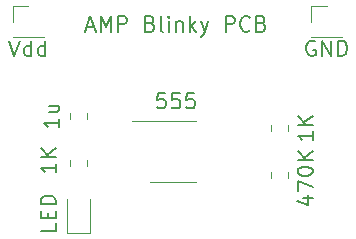
<source format=gbr>
G04 #@! TF.GenerationSoftware,KiCad,Pcbnew,(5.1.4)-1*
G04 #@! TF.CreationDate,2019-11-19T22:58:14-05:00*
G04 #@! TF.ProjectId,Blinky,426c696e-6b79-42e6-9b69-6361645f7063,rev?*
G04 #@! TF.SameCoordinates,Original*
G04 #@! TF.FileFunction,Legend,Top*
G04 #@! TF.FilePolarity,Positive*
%FSLAX46Y46*%
G04 Gerber Fmt 4.6, Leading zero omitted, Abs format (unit mm)*
G04 Created by KiCad (PCBNEW (5.1.4)-1) date 2019-11-19 22:58:14*
%MOMM*%
%LPD*%
G04 APERTURE LIST*
%ADD10C,0.150000*%
%ADD11C,0.120000*%
G04 APERTURE END LIST*
D10*
X113697619Y29533333D02*
X114316666Y29533333D01*
X113573809Y29161904D02*
X114007142Y30461904D01*
X114440476Y29161904D01*
X114873809Y29161904D02*
X114873809Y30461904D01*
X115307142Y29533333D01*
X115740476Y30461904D01*
X115740476Y29161904D01*
X116359523Y29161904D02*
X116359523Y30461904D01*
X116854761Y30461904D01*
X116978571Y30400000D01*
X117040476Y30338095D01*
X117102380Y30214285D01*
X117102380Y30028571D01*
X117040476Y29904761D01*
X116978571Y29842857D01*
X116854761Y29780952D01*
X116359523Y29780952D01*
X119083333Y29842857D02*
X119269047Y29780952D01*
X119330952Y29719047D01*
X119392857Y29595238D01*
X119392857Y29409523D01*
X119330952Y29285714D01*
X119269047Y29223809D01*
X119145238Y29161904D01*
X118650000Y29161904D01*
X118650000Y30461904D01*
X119083333Y30461904D01*
X119207142Y30400000D01*
X119269047Y30338095D01*
X119330952Y30214285D01*
X119330952Y30090476D01*
X119269047Y29966666D01*
X119207142Y29904761D01*
X119083333Y29842857D01*
X118650000Y29842857D01*
X120135714Y29161904D02*
X120011904Y29223809D01*
X119950000Y29347619D01*
X119950000Y30461904D01*
X120630952Y29161904D02*
X120630952Y30028571D01*
X120630952Y30461904D02*
X120569047Y30400000D01*
X120630952Y30338095D01*
X120692857Y30400000D01*
X120630952Y30461904D01*
X120630952Y30338095D01*
X121250000Y30028571D02*
X121250000Y29161904D01*
X121250000Y29904761D02*
X121311904Y29966666D01*
X121435714Y30028571D01*
X121621428Y30028571D01*
X121745238Y29966666D01*
X121807142Y29842857D01*
X121807142Y29161904D01*
X122426190Y29161904D02*
X122426190Y30461904D01*
X122550000Y29657142D02*
X122921428Y29161904D01*
X122921428Y30028571D02*
X122426190Y29533333D01*
X123354761Y30028571D02*
X123664285Y29161904D01*
X123973809Y30028571D02*
X123664285Y29161904D01*
X123540476Y28852380D01*
X123478571Y28790476D01*
X123354761Y28728571D01*
X125459523Y29161904D02*
X125459523Y30461904D01*
X125954761Y30461904D01*
X126078571Y30400000D01*
X126140476Y30338095D01*
X126202380Y30214285D01*
X126202380Y30028571D01*
X126140476Y29904761D01*
X126078571Y29842857D01*
X125954761Y29780952D01*
X125459523Y29780952D01*
X127502380Y29285714D02*
X127440476Y29223809D01*
X127254761Y29161904D01*
X127130952Y29161904D01*
X126945238Y29223809D01*
X126821428Y29347619D01*
X126759523Y29471428D01*
X126697619Y29719047D01*
X126697619Y29904761D01*
X126759523Y30152380D01*
X126821428Y30276190D01*
X126945238Y30400000D01*
X127130952Y30461904D01*
X127254761Y30461904D01*
X127440476Y30400000D01*
X127502380Y30338095D01*
X128492857Y29842857D02*
X128678571Y29780952D01*
X128740476Y29719047D01*
X128802380Y29595238D01*
X128802380Y29409523D01*
X128740476Y29285714D01*
X128678571Y29223809D01*
X128554761Y29161904D01*
X128059523Y29161904D01*
X128059523Y30461904D01*
X128492857Y30461904D01*
X128616666Y30400000D01*
X128678571Y30338095D01*
X128740476Y30214285D01*
X128740476Y30090476D01*
X128678571Y29966666D01*
X128616666Y29904761D01*
X128492857Y29842857D01*
X128059523Y29842857D01*
D11*
X132670000Y31330000D02*
X134000000Y31330000D01*
X132670000Y30000000D02*
X132670000Y31330000D01*
X132670000Y28730000D02*
X135330000Y28730000D01*
X135330000Y28730000D02*
X135330000Y28670000D01*
X132670000Y28730000D02*
X132670000Y28670000D01*
X132670000Y28670000D02*
X135330000Y28670000D01*
X107420000Y31330000D02*
X108750000Y31330000D01*
X107420000Y30000000D02*
X107420000Y31330000D01*
X107420000Y28730000D02*
X110080000Y28730000D01*
X110080000Y28730000D02*
X110080000Y28670000D01*
X107420000Y28730000D02*
X107420000Y28670000D01*
X107420000Y28670000D02*
X110080000Y28670000D01*
X112290000Y18261252D02*
X112290000Y17738748D01*
X113710000Y18261252D02*
X113710000Y17738748D01*
X129290000Y17261252D02*
X129290000Y16738748D01*
X130710000Y17261252D02*
X130710000Y16738748D01*
X121000000Y16440000D02*
X122950000Y16440000D01*
X121000000Y16440000D02*
X119050000Y16440000D01*
X121000000Y21560000D02*
X122950000Y21560000D01*
X121000000Y21560000D02*
X117550000Y21560000D01*
X129290000Y21261252D02*
X129290000Y20738748D01*
X130710000Y21261252D02*
X130710000Y20738748D01*
X113960000Y12140000D02*
X113960000Y15000000D01*
X112040000Y12140000D02*
X113960000Y12140000D01*
X112040000Y15000000D02*
X112040000Y12140000D01*
X113710000Y21738748D02*
X113710000Y22261252D01*
X112290000Y21738748D02*
X112290000Y22261252D01*
D10*
X133009523Y28320000D02*
X132885714Y28381904D01*
X132700000Y28381904D01*
X132514285Y28320000D01*
X132390476Y28196190D01*
X132328571Y28072380D01*
X132266666Y27824761D01*
X132266666Y27639047D01*
X132328571Y27391428D01*
X132390476Y27267619D01*
X132514285Y27143809D01*
X132700000Y27081904D01*
X132823809Y27081904D01*
X133009523Y27143809D01*
X133071428Y27205714D01*
X133071428Y27639047D01*
X132823809Y27639047D01*
X133628571Y27081904D02*
X133628571Y28381904D01*
X134371428Y27081904D01*
X134371428Y28381904D01*
X134990476Y27081904D02*
X134990476Y28381904D01*
X135300000Y28381904D01*
X135485714Y28320000D01*
X135609523Y28196190D01*
X135671428Y28072380D01*
X135733333Y27824761D01*
X135733333Y27639047D01*
X135671428Y27391428D01*
X135609523Y27267619D01*
X135485714Y27143809D01*
X135300000Y27081904D01*
X134990476Y27081904D01*
X107140476Y28381904D02*
X107573809Y27081904D01*
X108007142Y28381904D01*
X108997619Y27081904D02*
X108997619Y28381904D01*
X108997619Y27143809D02*
X108873809Y27081904D01*
X108626190Y27081904D01*
X108502380Y27143809D01*
X108440476Y27205714D01*
X108378571Y27329523D01*
X108378571Y27700952D01*
X108440476Y27824761D01*
X108502380Y27886666D01*
X108626190Y27948571D01*
X108873809Y27948571D01*
X108997619Y27886666D01*
X110173809Y27081904D02*
X110173809Y28381904D01*
X110173809Y27143809D02*
X110050000Y27081904D01*
X109802380Y27081904D01*
X109678571Y27143809D01*
X109616666Y27205714D01*
X109554761Y27329523D01*
X109554761Y27700952D01*
X109616666Y27824761D01*
X109678571Y27886666D01*
X109802380Y27948571D01*
X110050000Y27948571D01*
X110173809Y27886666D01*
X111088095Y17971428D02*
X111088095Y17228571D01*
X111088095Y17600000D02*
X109788095Y17600000D01*
X109973809Y17476190D01*
X110097619Y17352380D01*
X110159523Y17228571D01*
X111088095Y18528571D02*
X109788095Y18528571D01*
X111088095Y19271428D02*
X110345238Y18714285D01*
X109788095Y19271428D02*
X110530952Y18528571D01*
X131971428Y15109523D02*
X132838095Y15109523D01*
X131476190Y14800000D02*
X132404761Y14490476D01*
X132404761Y15295238D01*
X131538095Y15666666D02*
X131538095Y16533333D01*
X132838095Y15976190D01*
X131538095Y17276190D02*
X131538095Y17400000D01*
X131600000Y17523809D01*
X131661904Y17585714D01*
X131785714Y17647619D01*
X132033333Y17709523D01*
X132342857Y17709523D01*
X132590476Y17647619D01*
X132714285Y17585714D01*
X132776190Y17523809D01*
X132838095Y17400000D01*
X132838095Y17276190D01*
X132776190Y17152380D01*
X132714285Y17090476D01*
X132590476Y17028571D01*
X132342857Y16966666D01*
X132033333Y16966666D01*
X131785714Y17028571D01*
X131661904Y17090476D01*
X131600000Y17152380D01*
X131538095Y17276190D01*
X132838095Y18266666D02*
X131538095Y18266666D01*
X132838095Y19009523D02*
X132095238Y18452380D01*
X131538095Y19009523D02*
X132280952Y18266666D01*
X120321428Y23961904D02*
X119702380Y23961904D01*
X119640476Y23342857D01*
X119702380Y23404761D01*
X119826190Y23466666D01*
X120135714Y23466666D01*
X120259523Y23404761D01*
X120321428Y23342857D01*
X120383333Y23219047D01*
X120383333Y22909523D01*
X120321428Y22785714D01*
X120259523Y22723809D01*
X120135714Y22661904D01*
X119826190Y22661904D01*
X119702380Y22723809D01*
X119640476Y22785714D01*
X121559523Y23961904D02*
X120940476Y23961904D01*
X120878571Y23342857D01*
X120940476Y23404761D01*
X121064285Y23466666D01*
X121373809Y23466666D01*
X121497619Y23404761D01*
X121559523Y23342857D01*
X121621428Y23219047D01*
X121621428Y22909523D01*
X121559523Y22785714D01*
X121497619Y22723809D01*
X121373809Y22661904D01*
X121064285Y22661904D01*
X120940476Y22723809D01*
X120878571Y22785714D01*
X122797619Y23961904D02*
X122178571Y23961904D01*
X122116666Y23342857D01*
X122178571Y23404761D01*
X122302380Y23466666D01*
X122611904Y23466666D01*
X122735714Y23404761D01*
X122797619Y23342857D01*
X122859523Y23219047D01*
X122859523Y22909523D01*
X122797619Y22785714D01*
X122735714Y22723809D01*
X122611904Y22661904D01*
X122302380Y22661904D01*
X122178571Y22723809D01*
X122116666Y22785714D01*
X132838095Y20721428D02*
X132838095Y19978571D01*
X132838095Y20350000D02*
X131538095Y20350000D01*
X131723809Y20226190D01*
X131847619Y20102380D01*
X131909523Y19978571D01*
X132838095Y21278571D02*
X131538095Y21278571D01*
X132838095Y22021428D02*
X132095238Y21464285D01*
X131538095Y22021428D02*
X132280952Y21278571D01*
X111088095Y12914285D02*
X111088095Y12295238D01*
X109788095Y12295238D01*
X110407142Y13347619D02*
X110407142Y13780952D01*
X111088095Y13966666D02*
X111088095Y13347619D01*
X109788095Y13347619D01*
X109788095Y13966666D01*
X111088095Y14523809D02*
X109788095Y14523809D01*
X109788095Y14833333D01*
X109850000Y15019047D01*
X109973809Y15142857D01*
X110097619Y15204761D01*
X110345238Y15266666D01*
X110530952Y15266666D01*
X110778571Y15204761D01*
X110902380Y15142857D01*
X111026190Y15019047D01*
X111088095Y14833333D01*
X111088095Y14523809D01*
X111338095Y21783333D02*
X111338095Y21040476D01*
X111338095Y21411904D02*
X110038095Y21411904D01*
X110223809Y21288095D01*
X110347619Y21164285D01*
X110409523Y21040476D01*
X110471428Y22897619D02*
X111338095Y22897619D01*
X110471428Y22340476D02*
X111152380Y22340476D01*
X111276190Y22402380D01*
X111338095Y22526190D01*
X111338095Y22711904D01*
X111276190Y22835714D01*
X111214285Y22897619D01*
M02*

</source>
